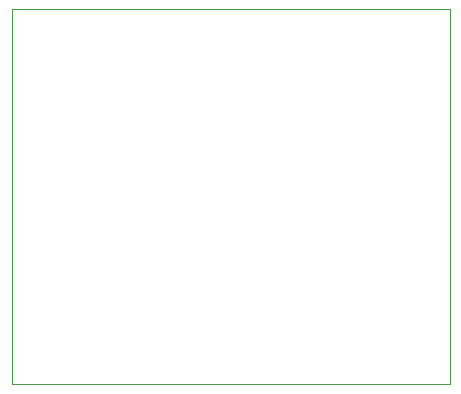
<source format=gbr>
%TF.GenerationSoftware,KiCad,Pcbnew,(6.0.5)*%
%TF.CreationDate,2023-09-02T14:46:17+01:00*%
%TF.ProjectId,AtariPunkConsole,41746172-6950-4756-9e6b-436f6e736f6c,rev?*%
%TF.SameCoordinates,Original*%
%TF.FileFunction,Profile,NP*%
%FSLAX46Y46*%
G04 Gerber Fmt 4.6, Leading zero omitted, Abs format (unit mm)*
G04 Created by KiCad (PCBNEW (6.0.5)) date 2023-09-02 14:46:17*
%MOMM*%
%LPD*%
G01*
G04 APERTURE LIST*
%TA.AperFunction,Profile*%
%ADD10C,0.100000*%
%TD*%
G04 APERTURE END LIST*
D10*
X118880000Y-89790000D02*
X155980000Y-89790000D01*
X155980000Y-89790000D02*
X155980000Y-121500000D01*
X155980000Y-121500000D02*
X118880000Y-121500000D01*
X118880000Y-121500000D02*
X118880000Y-89790000D01*
M02*

</source>
